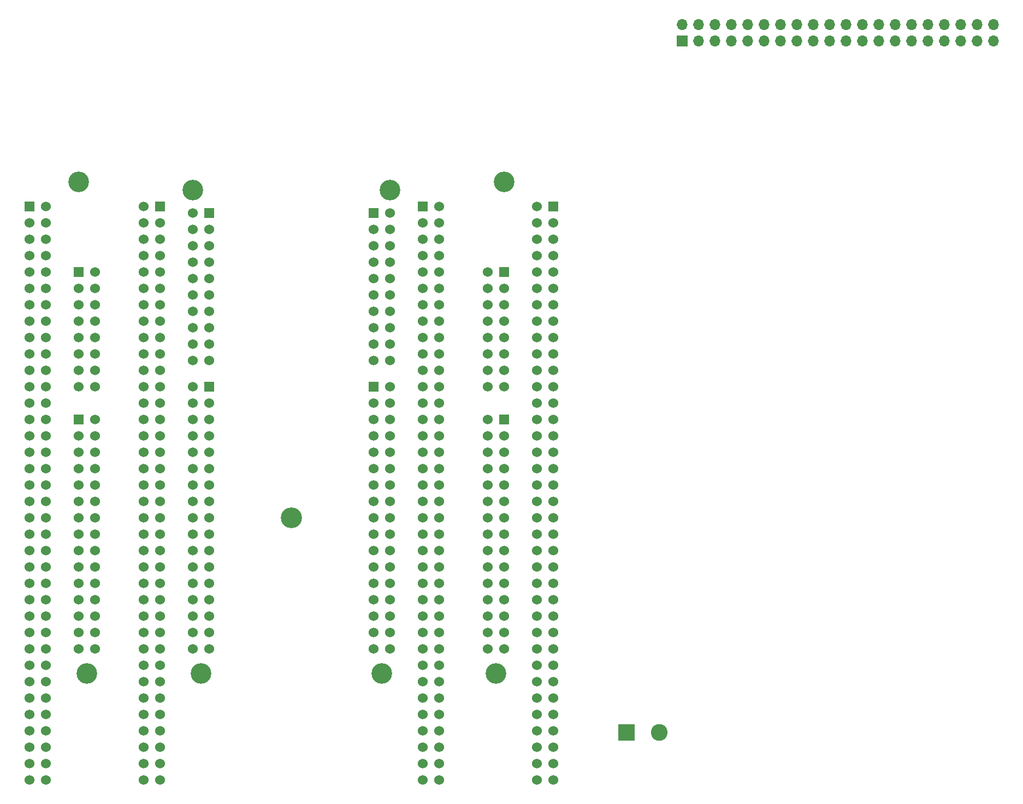
<source format=gts>
%TF.GenerationSoftware,KiCad,Pcbnew,(7.0.0)*%
%TF.CreationDate,2023-03-03T14:11:26-05:00*%
%TF.ProjectId,new-dev-board,6e65772d-6465-4762-9d62-6f6172642e6b,rev?*%
%TF.SameCoordinates,Original*%
%TF.FileFunction,Soldermask,Top*%
%TF.FilePolarity,Negative*%
%FSLAX46Y46*%
G04 Gerber Fmt 4.6, Leading zero omitted, Abs format (unit mm)*
G04 Created by KiCad (PCBNEW (7.0.0)) date 2023-03-03 14:11:26*
%MOMM*%
%LPD*%
G01*
G04 APERTURE LIST*
%ADD10O,1.700000X1.700000*%
%ADD11R,1.700000X1.700000*%
%ADD12C,2.600000*%
%ADD13R,2.600000X2.600000*%
%ADD14C,3.200000*%
%ADD15R,1.530000X1.530000*%
%ADD16C,1.530000*%
G04 APERTURE END LIST*
D10*
%TO.C,J1*%
X225249999Y-24199999D03*
X225249999Y-26739999D03*
X222709999Y-24199999D03*
X222709999Y-26739999D03*
X220169999Y-24199999D03*
X220169999Y-26739999D03*
X217629999Y-24199999D03*
X217629999Y-26739999D03*
X215089999Y-24199999D03*
X215089999Y-26739999D03*
X212549999Y-24199999D03*
X212549999Y-26739999D03*
X210009999Y-24199999D03*
X210009999Y-26739999D03*
X207469999Y-24199999D03*
X207469999Y-26739999D03*
X204929999Y-24199999D03*
X204929999Y-26739999D03*
X202389999Y-24199999D03*
X202389999Y-26739999D03*
X199849999Y-24199999D03*
X199849999Y-26739999D03*
X197309999Y-24199999D03*
X197309999Y-26739999D03*
X194769999Y-24199999D03*
X194769999Y-26739999D03*
X192229999Y-24199999D03*
X192229999Y-26739999D03*
X189689999Y-24199999D03*
X189689999Y-26739999D03*
X187149999Y-24199999D03*
X187149999Y-26739999D03*
X184609999Y-24199999D03*
X184609999Y-26739999D03*
X182069999Y-24199999D03*
X182069999Y-26739999D03*
X179529999Y-24199999D03*
X179529999Y-26739999D03*
X176989999Y-24199999D03*
D11*
X176989999Y-26739999D03*
%TD*%
D12*
%TO.C,Je1*%
X173450000Y-133900000D03*
D13*
X168369999Y-133899999D03*
%TD*%
D14*
%TO.C,A1*%
X83420000Y-48570000D03*
X84690000Y-124770000D03*
X116440000Y-100640000D03*
X130410000Y-124770000D03*
X131680000Y-49840000D03*
D15*
X129139999Y-53395999D03*
D16*
X131680000Y-53396000D03*
X129140000Y-55936000D03*
X131680000Y-55936000D03*
X129140000Y-58476000D03*
X131680000Y-58476000D03*
X129140000Y-61016000D03*
X131680000Y-61016000D03*
X129140000Y-63556000D03*
X131680000Y-63556000D03*
X129140000Y-66096000D03*
X131680000Y-66096000D03*
X129140000Y-68636000D03*
X131680000Y-68636000D03*
X129140000Y-71176000D03*
X131680000Y-71176000D03*
X129140000Y-73716000D03*
X131680000Y-73716000D03*
X129140000Y-76256000D03*
X131680000Y-76256000D03*
D15*
X83419999Y-62539999D03*
D16*
X85960000Y-62540000D03*
X83420000Y-65080000D03*
X85960000Y-65080000D03*
X83420000Y-67620000D03*
X85960000Y-67620000D03*
X83420000Y-70160000D03*
X85960000Y-70160000D03*
X83420000Y-72700000D03*
X85960000Y-72700000D03*
X83420000Y-75240000D03*
X85960000Y-75240000D03*
X83420000Y-77780000D03*
X85960000Y-77780000D03*
X83420000Y-80320000D03*
X85960000Y-80320000D03*
D15*
X83419999Y-85399999D03*
D16*
X85960000Y-85400000D03*
X83420000Y-87940000D03*
X85960000Y-87940000D03*
X83420000Y-90480000D03*
X85960000Y-90480000D03*
X83420000Y-93020000D03*
X85960000Y-93020000D03*
X83420000Y-95560000D03*
X85960000Y-95560000D03*
X83420000Y-98100000D03*
X85960000Y-98100000D03*
X83420000Y-100640000D03*
X85960000Y-100640000D03*
X83420000Y-103180000D03*
X85960000Y-103180000D03*
X83420000Y-105720000D03*
X85960000Y-105720000D03*
X83420000Y-108260000D03*
X85960000Y-108260000D03*
X83420000Y-110800000D03*
X85960000Y-110800000D03*
X83420000Y-113340000D03*
X85960000Y-113340000D03*
X83420000Y-115880000D03*
X85960000Y-115880000D03*
X83420000Y-118420000D03*
X85960000Y-118420000D03*
X83420000Y-120960000D03*
X85960000Y-120960000D03*
D15*
X129139999Y-80319999D03*
D16*
X131680000Y-80320000D03*
X129140000Y-82860000D03*
X131680000Y-82860000D03*
X129140000Y-85400000D03*
X131680000Y-85400000D03*
X129140000Y-87940000D03*
X131680000Y-87940000D03*
X129140000Y-90480000D03*
X131680000Y-90480000D03*
X129140000Y-93020000D03*
X131680000Y-93020000D03*
X129140000Y-95560000D03*
X131680000Y-95560000D03*
X129140000Y-98100000D03*
X131680000Y-98100000D03*
X129140000Y-100640000D03*
X131680000Y-100640000D03*
X129140000Y-103180000D03*
X131680000Y-103180000D03*
X129140000Y-105720000D03*
X131680000Y-105720000D03*
X129140000Y-108260000D03*
X131680000Y-108260000D03*
X129140000Y-110800000D03*
X131680000Y-110800000D03*
X129140000Y-113340000D03*
X131680000Y-113340000D03*
X129140000Y-115880000D03*
X131680000Y-115880000D03*
X129140000Y-118420000D03*
X131680000Y-118420000D03*
X129140000Y-120960000D03*
X131680000Y-120960000D03*
D15*
X75799999Y-52379999D03*
D16*
X78340000Y-52380000D03*
X75800000Y-54920000D03*
X78340000Y-54920000D03*
X75800000Y-57460000D03*
X78340000Y-57460000D03*
X75800000Y-60000000D03*
X78340000Y-60000000D03*
X75800000Y-62540000D03*
X78340000Y-62540000D03*
X75800000Y-65080000D03*
X78340000Y-65080000D03*
X75800000Y-67620000D03*
X78340000Y-67620000D03*
X75800000Y-70160000D03*
X78340000Y-70160000D03*
X75800000Y-72700000D03*
X78340000Y-72700000D03*
X75800000Y-75240000D03*
X78340000Y-75240000D03*
X75800000Y-77780000D03*
X78340000Y-77780000D03*
X75800000Y-80320000D03*
X78340000Y-80320000D03*
X75800000Y-82860000D03*
X78340000Y-82860000D03*
X75800000Y-85400000D03*
X78340000Y-85400000D03*
X75800000Y-87940000D03*
X78340000Y-87940000D03*
X75800000Y-90480000D03*
X78340000Y-90480000D03*
X75800000Y-93020000D03*
X78340000Y-93020000D03*
X75800000Y-95560000D03*
X78340000Y-95560000D03*
X75800000Y-98100000D03*
X78340000Y-98100000D03*
X75800000Y-100640000D03*
X78340000Y-100640000D03*
X75800000Y-103180000D03*
X78340000Y-103180000D03*
X75800000Y-105720000D03*
X78340000Y-105720000D03*
X75800000Y-108260000D03*
X78340000Y-108260000D03*
X75800000Y-110800000D03*
X78340000Y-110800000D03*
X75800000Y-113340000D03*
X78340000Y-113340000D03*
X75800000Y-115880000D03*
X78340000Y-115880000D03*
X75800000Y-118420000D03*
X78340000Y-118420000D03*
X75800000Y-120960000D03*
X78340000Y-120960000D03*
X75800000Y-123500000D03*
X78340000Y-123500000D03*
X75800000Y-126040000D03*
X78340000Y-126040000D03*
X75800000Y-128580000D03*
X78340000Y-128580000D03*
X75800000Y-131120000D03*
X78340000Y-131120000D03*
X75800000Y-133660000D03*
X78340000Y-133660000D03*
X75800000Y-136200000D03*
X78340000Y-136200000D03*
X75800000Y-138740000D03*
X78340000Y-138740000D03*
X75800000Y-141280000D03*
X78340000Y-141280000D03*
D15*
X136759999Y-52399999D03*
D16*
X139300000Y-52400000D03*
X136760000Y-54940000D03*
X139300000Y-54940000D03*
X136760000Y-57480000D03*
X139300000Y-57480000D03*
X136760000Y-60020000D03*
X139300000Y-60020000D03*
X136760000Y-62560000D03*
X139300000Y-62560000D03*
X136760000Y-65100000D03*
X139300000Y-65100000D03*
X136760000Y-67640000D03*
X139300000Y-67640000D03*
X136760000Y-70180000D03*
X139300000Y-70180000D03*
X136760000Y-72720000D03*
X139300000Y-72720000D03*
X136760000Y-75260000D03*
X139300000Y-75260000D03*
X136760000Y-77800000D03*
X139300000Y-77800000D03*
X136760000Y-80340000D03*
X139300000Y-80340000D03*
X136760000Y-82880000D03*
X139300000Y-82880000D03*
X136760000Y-85420000D03*
X139300000Y-85420000D03*
X136760000Y-87960000D03*
X139300000Y-87960000D03*
X136760000Y-90500000D03*
X139300000Y-90500000D03*
X136760000Y-93040000D03*
X139300000Y-93040000D03*
X136760000Y-95580000D03*
X139300000Y-95580000D03*
X136760000Y-98120000D03*
X139300000Y-98120000D03*
X136760000Y-100660000D03*
X139300000Y-100660000D03*
X136760000Y-103200000D03*
X139300000Y-103200000D03*
X136760000Y-105740000D03*
X139300000Y-105740000D03*
X136760000Y-108280000D03*
X139300000Y-108280000D03*
X136760000Y-110820000D03*
X139300000Y-110820000D03*
X136760000Y-113360000D03*
X139300000Y-113360000D03*
X136760000Y-115900000D03*
X139300000Y-115900000D03*
X136760000Y-118440000D03*
X139300000Y-118440000D03*
X136760000Y-120980000D03*
X139300000Y-120980000D03*
X136760000Y-123520000D03*
X139300000Y-123520000D03*
X136760000Y-126060000D03*
X139300000Y-126060000D03*
X136760000Y-128600000D03*
X139300000Y-128600000D03*
X136760000Y-131140000D03*
X139300000Y-131140000D03*
X136760000Y-133680000D03*
X139300000Y-133680000D03*
X136760000Y-136220000D03*
X139300000Y-136220000D03*
X136760000Y-138760000D03*
X139300000Y-138760000D03*
X136760000Y-141300000D03*
X139300000Y-141300000D03*
%TD*%
D14*
%TO.C,A2*%
X149380000Y-48560000D03*
X148110000Y-124760000D03*
X116360000Y-100630000D03*
X102390000Y-124760000D03*
X101120000Y-49830000D03*
D15*
X103659999Y-53385999D03*
D16*
X101120000Y-53386000D03*
X103660000Y-55926000D03*
X101120000Y-55926000D03*
X103660000Y-58466000D03*
X101120000Y-58466000D03*
X103660000Y-61006000D03*
X101120000Y-61006000D03*
X103660000Y-63546000D03*
X101120000Y-63546000D03*
X103660000Y-66086000D03*
X101120000Y-66086000D03*
X103660000Y-68626000D03*
X101120000Y-68626000D03*
X103660000Y-71166000D03*
X101120000Y-71166000D03*
X103660000Y-73706000D03*
X101120000Y-73706000D03*
X103660000Y-76246000D03*
X101120000Y-76246000D03*
D15*
X149379999Y-62529999D03*
D16*
X146840000Y-62530000D03*
X149380000Y-65070000D03*
X146840000Y-65070000D03*
X149380000Y-67610000D03*
X146840000Y-67610000D03*
X149380000Y-70150000D03*
X146840000Y-70150000D03*
X149380000Y-72690000D03*
X146840000Y-72690000D03*
X149380000Y-75230000D03*
X146840000Y-75230000D03*
X149380000Y-77770000D03*
X146840000Y-77770000D03*
X149380000Y-80310000D03*
X146840000Y-80310000D03*
D15*
X149379999Y-85389999D03*
D16*
X146840000Y-85390000D03*
X149380000Y-87930000D03*
X146840000Y-87930000D03*
X149380000Y-90470000D03*
X146840000Y-90470000D03*
X149380000Y-93010000D03*
X146840000Y-93010000D03*
X149380000Y-95550000D03*
X146840000Y-95550000D03*
X149380000Y-98090000D03*
X146840000Y-98090000D03*
X149380000Y-100630000D03*
X146840000Y-100630000D03*
X149380000Y-103170000D03*
X146840000Y-103170000D03*
X149380000Y-105710000D03*
X146840000Y-105710000D03*
X149380000Y-108250000D03*
X146840000Y-108250000D03*
X149380000Y-110790000D03*
X146840000Y-110790000D03*
X149380000Y-113330000D03*
X146840000Y-113330000D03*
X149380000Y-115870000D03*
X146840000Y-115870000D03*
X149380000Y-118410000D03*
X146840000Y-118410000D03*
X149380000Y-120950000D03*
X146840000Y-120950000D03*
D15*
X103659999Y-80309999D03*
D16*
X101120000Y-80310000D03*
X103660000Y-82850000D03*
X101120000Y-82850000D03*
X103660000Y-85390000D03*
X101120000Y-85390000D03*
X103660000Y-87930000D03*
X101120000Y-87930000D03*
X103660000Y-90470000D03*
X101120000Y-90470000D03*
X103660000Y-93010000D03*
X101120000Y-93010000D03*
X103660000Y-95550000D03*
X101120000Y-95550000D03*
X103660000Y-98090000D03*
X101120000Y-98090000D03*
X103660000Y-100630000D03*
X101120000Y-100630000D03*
X103660000Y-103170000D03*
X101120000Y-103170000D03*
X103660000Y-105710000D03*
X101120000Y-105710000D03*
X103660000Y-108250000D03*
X101120000Y-108250000D03*
X103660000Y-110790000D03*
X101120000Y-110790000D03*
X103660000Y-113330000D03*
X101120000Y-113330000D03*
X103660000Y-115870000D03*
X101120000Y-115870000D03*
X103660000Y-118410000D03*
X101120000Y-118410000D03*
X103660000Y-120950000D03*
X101120000Y-120950000D03*
D15*
X156999999Y-52369999D03*
D16*
X154460000Y-52370000D03*
X157000000Y-54910000D03*
X154460000Y-54910000D03*
X157000000Y-57450000D03*
X154460000Y-57450000D03*
X157000000Y-59990000D03*
X154460000Y-59990000D03*
X157000000Y-62530000D03*
X154460000Y-62530000D03*
X157000000Y-65070000D03*
X154460000Y-65070000D03*
X157000000Y-67610000D03*
X154460000Y-67610000D03*
X157000000Y-70150000D03*
X154460000Y-70150000D03*
X157000000Y-72690000D03*
X154460000Y-72690000D03*
X157000000Y-75230000D03*
X154460000Y-75230000D03*
X157000000Y-77770000D03*
X154460000Y-77770000D03*
X157000000Y-80310000D03*
X154460000Y-80310000D03*
X157000000Y-82850000D03*
X154460000Y-82850000D03*
X157000000Y-85390000D03*
X154460000Y-85390000D03*
X157000000Y-87930000D03*
X154460000Y-87930000D03*
X157000000Y-90470000D03*
X154460000Y-90470000D03*
X157000000Y-93010000D03*
X154460000Y-93010000D03*
X157000000Y-95550000D03*
X154460000Y-95550000D03*
X157000000Y-98090000D03*
X154460000Y-98090000D03*
X157000000Y-100630000D03*
X154460000Y-100630000D03*
X157000000Y-103170000D03*
X154460000Y-103170000D03*
X157000000Y-105710000D03*
X154460000Y-105710000D03*
X157000000Y-108250000D03*
X154460000Y-108250000D03*
X157000000Y-110790000D03*
X154460000Y-110790000D03*
X157000000Y-113330000D03*
X154460000Y-113330000D03*
X157000000Y-115870000D03*
X154460000Y-115870000D03*
X157000000Y-118410000D03*
X154460000Y-118410000D03*
X157000000Y-120950000D03*
X154460000Y-120950000D03*
X157000000Y-123490000D03*
X154460000Y-123490000D03*
X157000000Y-126030000D03*
X154460000Y-126030000D03*
X157000000Y-128570000D03*
X154460000Y-128570000D03*
X157000000Y-131110000D03*
X154460000Y-131110000D03*
X157000000Y-133650000D03*
X154460000Y-133650000D03*
X157000000Y-136190000D03*
X154460000Y-136190000D03*
X157000000Y-138730000D03*
X154460000Y-138730000D03*
X157000000Y-141270000D03*
X154460000Y-141270000D03*
D15*
X96039999Y-52389999D03*
D16*
X93500000Y-52390000D03*
X96040000Y-54930000D03*
X93500000Y-54930000D03*
X96040000Y-57470000D03*
X93500000Y-57470000D03*
X96040000Y-60010000D03*
X93500000Y-60010000D03*
X96040000Y-62550000D03*
X93500000Y-62550000D03*
X96040000Y-65090000D03*
X93500000Y-65090000D03*
X96040000Y-67630000D03*
X93500000Y-67630000D03*
X96040000Y-70170000D03*
X93500000Y-70170000D03*
X96040000Y-72710000D03*
X93500000Y-72710000D03*
X96040000Y-75250000D03*
X93500000Y-75250000D03*
X96040000Y-77790000D03*
X93500000Y-77790000D03*
X96040000Y-80330000D03*
X93500000Y-80330000D03*
X96040000Y-82870000D03*
X93500000Y-82870000D03*
X96040000Y-85410000D03*
X93500000Y-85410000D03*
X96040000Y-87950000D03*
X93500000Y-87950000D03*
X96040000Y-90490000D03*
X93500000Y-90490000D03*
X96040000Y-93030000D03*
X93500000Y-93030000D03*
X96040000Y-95570000D03*
X93500000Y-95570000D03*
X96040000Y-98110000D03*
X93500000Y-98110000D03*
X96040000Y-100650000D03*
X93500000Y-100650000D03*
X96040000Y-103190000D03*
X93500000Y-103190000D03*
X96040000Y-105730000D03*
X93500000Y-105730000D03*
X96040000Y-108270000D03*
X93500000Y-108270000D03*
X96040000Y-110810000D03*
X93500000Y-110810000D03*
X96040000Y-113350000D03*
X93500000Y-113350000D03*
X96040000Y-115890000D03*
X93500000Y-115890000D03*
X96040000Y-118430000D03*
X93500000Y-118430000D03*
X96040000Y-120970000D03*
X93500000Y-120970000D03*
X96040000Y-123510000D03*
X93500000Y-123510000D03*
X96040000Y-126050000D03*
X93500000Y-126050000D03*
X96040000Y-128590000D03*
X93500000Y-128590000D03*
X96040000Y-131130000D03*
X93500000Y-131130000D03*
X96040000Y-133670000D03*
X93500000Y-133670000D03*
X96040000Y-136210000D03*
X93500000Y-136210000D03*
X96040000Y-138750000D03*
X93500000Y-138750000D03*
X96040000Y-141290000D03*
X93500000Y-141290000D03*
%TD*%
M02*

</source>
